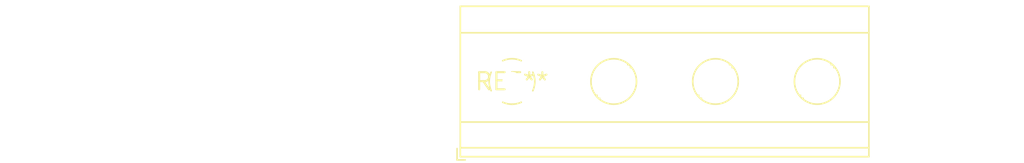
<source format=kicad_pcb>
(kicad_pcb (version 20240108) (generator pcbnew)
  (layers (0 "F.Cu" signal) (31 "B.Cu" signal) (34 "B.Paste" user) (35 "F.Paste" user) (36 "B.SilkS" user "B.Silkscreen") (37 "F.SilkS" user "F.Silkscreen") (38 "B.Mask" user) (39 "F.Mask" user) (44 "Edge.Cuts" user))
  (net 0 "")
  (footprint "TerminalBlock_MetzConnect_Type175_RT02704HBLC_1x04_P7.50mm_Horizontal" (layer "F.Cu") (at 0 0)
    (property "Reference" "REF**")
    (property "Value" "TerminalBlock_MetzConnect_Type175_RT02704HBLC_1x04_P7.50mm_Horizontal")
    (fp_line (start -4.05 4.96) (end -4.05 5.8) (layer "F.SilkS") (stroke (width 0.12)))
    (fp_line (start -4.05 5.8) (end -3.45 5.8) (layer "F.SilkS") (stroke (width 0.12)))
    (fp_line (start -3.81 -5.56) (end -3.81 5.56) (layer "F.SilkS") (stroke (width 0.12)))
    (fp_line (start -3.81 -5.56) (end 26.31 -5.56) (layer "F.SilkS") (stroke (width 0.12)))
    (fp_line (start -3.81 -3.6) (end 26.31 -3.6) (layer "F.SilkS") (stroke (width 0.12)))
    (fp_line (start -3.81 3) (end 26.31 3) (layer "F.SilkS") (stroke (width 0.12)))
    (fp_line (start -3.81 4.9) (end 26.31 4.9) (layer "F.SilkS") (stroke (width 0.12)))
    (fp_line (start -3.81 5.56) (end 26.31 5.56) (layer "F.SilkS") (stroke (width 0.12)))
    (fp_line (start 6.273 1.023) (end 6.226 1.069) (layer "F.SilkS") (stroke (width 0.12)))
    (fp_line (start 6.466 1.239) (end 6.431 1.274) (layer "F.SilkS") (stroke (width 0.12)))
    (fp_line (start 8.57 -1.275) (end 8.535 -1.239) (layer "F.SilkS") (stroke (width 0.12)))
    (fp_line (start 8.775 -1.069) (end 8.728 -1.023) (layer "F.SilkS") (stroke (width 0.12)))
    (fp_line (start 13.773 1.023) (end 13.726 1.069) (layer "F.SilkS") (stroke (width 0.12)))
    (fp_line (start 13.966 1.239) (end 13.931 1.274) (layer "F.SilkS") (stroke (width 0.12)))
    (fp_line (start 16.07 -1.275) (end 16.035 -1.239) (layer "F.SilkS") (stroke (width 0.12)))
    (fp_line (start 16.275 -1.069) (end 16.228 -1.023) (layer "F.SilkS") (stroke (width 0.12)))
    (fp_line (start 21.273 1.023) (end 21.226 1.069) (layer "F.SilkS") (stroke (width 0.12)))
    (fp_line (start 21.466 1.239) (end 21.431 1.274) (layer "F.SilkS") (stroke (width 0.12)))
    (fp_line (start 23.57 -1.275) (end 23.535 -1.239) (layer "F.SilkS") (stroke (width 0.12)))
    (fp_line (start 23.775 -1.069) (end 23.728 -1.023) (layer "F.SilkS") (stroke (width 0.12)))
    (fp_line (start 26.31 -5.56) (end 26.31 5.56) (layer "F.SilkS") (stroke (width 0.12)))
    (fp_arc (start -1.535427 0.683042) (mid -1.680501 -0.000524) (end -1.535 -0.684) (layer "F.SilkS") (stroke (width 0.12)))
    (fp_arc (start -0.683042 -1.535427) (mid 0.000524 -1.680501) (end 0.684 -1.535) (layer "F.SilkS") (stroke (width 0.12)))
    (fp_arc (start 0.028805 1.680253) (mid -0.335551 1.646659) (end -0.684 1.535) (layer "F.SilkS") (stroke (width 0.12)))
    (fp_arc (start 0.683318 1.534756) (mid 0.349292 1.643288) (end 0 1.68) (layer "F.SilkS") (stroke (width 0.12)))
    (fp_arc (start 1.535427 -0.683042) (mid 1.680501 0.000524) (end 1.535 0.684) (layer "F.SilkS") (stroke (width 0.12)))
    (fp_circle (center 7.5 0) (end 9.18 0) (layer "F.SilkS") (stroke (width 0.12)) (fill none))
    (fp_circle (center 15 0) (end 16.68 0) (layer "F.SilkS") (stroke (width 0.12)) (fill none))
    (fp_circle (center 22.5 0) (end 24.18 0) (layer "F.SilkS") (stroke (width 0.12)) (fill none))
    (pad "1" thru_hole rect (at 0 0) (size 2.6 2.6) (drill 1.4) (layers *.Cu *.Mask) (remove_unused_layers))
    (pad "2" thru_hole circle (at 7.5 0) (size 2.6 2.6) (drill 1.4) (layers *.Cu *.Mask) (remove_unused_layers))
    (pad "3" thru_hole circle (at 15 0) (size 2.6 2.6) (drill 1.4) (layers *.Cu *.Mask) (remove_unused_layers))
    (pad "4" thru_hole circle (at 22.5 0) (size 2.6 2.6) (drill 1.4) (layers *.Cu *.Mask) (remove_unused_layers))
  )
)
</source>
